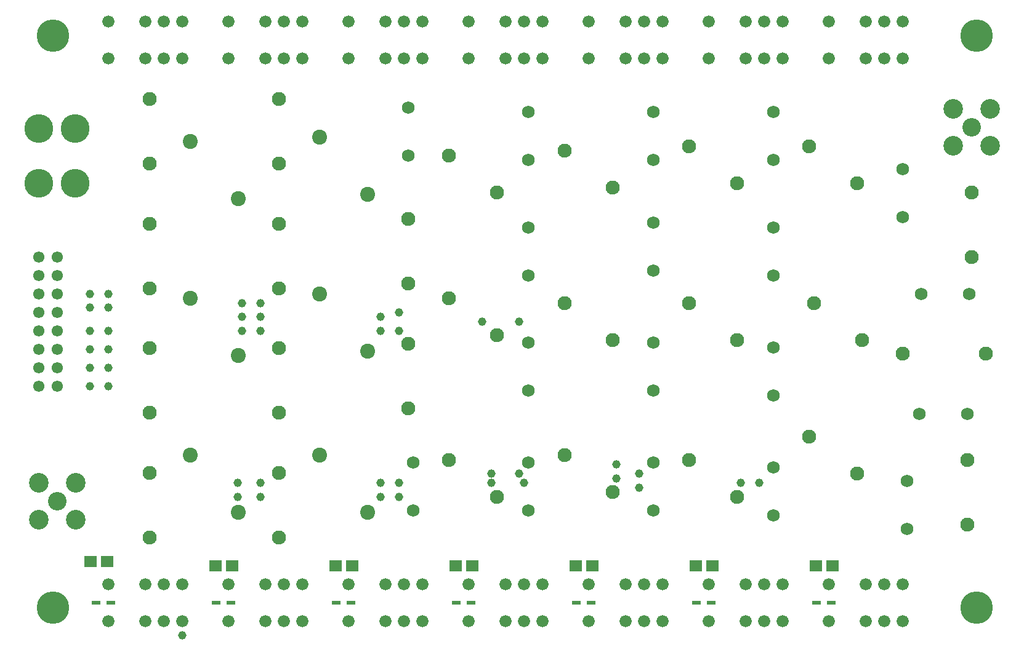
<source format=gbr>
G04 EasyPC Gerber Version 20.0.2 Build 4112 *
G04 #@! TF.Part,Single*
G04 #@! TF.FileFunction,Soldermask,Bot *
%FSLAX35Y35*%
%MOIN*%
G04 #@! TA.AperFunction,WasherPad*
%ADD91C,0.04600*%
G04 #@! TA.AperFunction,ComponentPad*
%ADD100C,0.06100*%
G04 #@! TA.AperFunction,WasherPad*
%ADD92C,0.06600*%
G04 #@! TA.AperFunction,ComponentPad*
%ADD95C,0.06899*%
%ADD111C,0.07600*%
%ADD110C,0.08100*%
%ADD96C,0.10049*%
%ADD97C,0.10639*%
%ADD113C,0.15600*%
G04 #@! TA.AperFunction,SMDPad*
%ADD116R,0.04537X0.02411*%
%ADD98R,0.06600X0.06100*%
G04 #@! TA.AperFunction,WasherPad*
%ADD90C,0.17600*%
X0Y0D02*
D02*
D90*
X21250Y20600D03*
Y330600D03*
X521250Y20600D03*
Y330600D03*
D02*
D91*
X41250Y140600D03*
Y150600D03*
Y160600D03*
Y170600D03*
Y183100D03*
Y190600D03*
X51250Y140600D03*
Y150600D03*
Y160600D03*
Y170600D03*
Y183100D03*
Y190600D03*
X91250Y5600D03*
X121250Y80600D03*
Y88100D03*
X123750Y170600D03*
Y178100D03*
Y185600D03*
X133750Y80600D03*
Y88100D03*
Y170600D03*
Y178100D03*
Y185600D03*
X198750Y80600D03*
Y88100D03*
Y170600D03*
Y178100D03*
X208750Y80600D03*
Y88100D03*
Y170600D03*
Y180600D03*
X253750Y175600D03*
X258750Y88100D03*
Y93100D03*
X273750D03*
Y175600D03*
X276250Y88100D03*
X326250Y90600D03*
Y98100D03*
X338750Y85600D03*
Y93100D03*
X393750Y88100D03*
X403750D03*
D02*
D92*
X51250Y13100D03*
Y33100D03*
Y318100D03*
Y338100D03*
X71250Y13100D03*
Y33100D03*
Y318100D03*
Y338100D03*
X81250Y13100D03*
Y33100D03*
Y318100D03*
Y338100D03*
X91250Y13100D03*
Y33100D03*
Y318100D03*
Y338100D03*
X116250Y13100D03*
Y33100D03*
Y318100D03*
Y338100D03*
X136250Y13100D03*
Y33100D03*
Y318100D03*
Y338100D03*
X146250Y13100D03*
Y33100D03*
Y318100D03*
Y338100D03*
X156250Y13100D03*
Y33100D03*
Y318100D03*
Y338100D03*
X181250Y13100D03*
Y33100D03*
Y318100D03*
Y338100D03*
X201250Y13100D03*
Y33100D03*
Y318100D03*
Y338100D03*
X211250Y13100D03*
Y33100D03*
Y318100D03*
Y338100D03*
X221250Y13100D03*
Y33100D03*
Y318100D03*
Y338100D03*
X246250Y13100D03*
Y33100D03*
Y318100D03*
Y338100D03*
X266250Y13100D03*
Y33100D03*
Y318100D03*
Y338100D03*
X276250Y13100D03*
Y33100D03*
Y318100D03*
Y338100D03*
X286250Y13100D03*
Y33100D03*
Y318100D03*
Y338100D03*
X311250Y13100D03*
Y33100D03*
Y318100D03*
Y338100D03*
X331250Y13100D03*
Y33100D03*
Y318100D03*
Y338100D03*
X341250Y13100D03*
Y33100D03*
Y318100D03*
Y338100D03*
X351250Y13100D03*
Y33100D03*
Y318100D03*
Y338100D03*
X376250Y13100D03*
Y33100D03*
Y318100D03*
Y338100D03*
X396250Y13100D03*
Y33100D03*
Y318100D03*
Y338100D03*
X406250Y13100D03*
Y33100D03*
Y318100D03*
Y338100D03*
X416250Y13100D03*
Y33100D03*
Y318100D03*
Y338100D03*
X441250Y13100D03*
Y33100D03*
Y318100D03*
Y338100D03*
X461250Y13100D03*
Y33100D03*
Y318100D03*
Y338100D03*
X471250Y13100D03*
Y33100D03*
Y318100D03*
Y338100D03*
X481250Y13100D03*
Y33100D03*
Y318100D03*
Y338100D03*
D02*
D95*
X213750Y265600D03*
Y291600D03*
X216250Y73100D03*
Y99100D03*
X278750Y73100D03*
Y99100D03*
Y138100D03*
Y164100D03*
Y200600D03*
Y226600D03*
Y263100D03*
Y289100D03*
X346250Y73100D03*
Y99100D03*
Y138100D03*
Y164100D03*
Y203100D03*
Y229100D03*
Y263100D03*
Y289100D03*
X411250Y70600D03*
Y96600D03*
Y135600D03*
Y161600D03*
Y200600D03*
Y226600D03*
Y263100D03*
Y289100D03*
X481250Y232100D03*
Y258100D03*
X483750Y63100D03*
Y89100D03*
X490250Y125600D03*
X491250Y190600D03*
X516250Y125600D03*
X517250Y190600D03*
D02*
D96*
X23750Y78198D03*
X518750Y280698D03*
D02*
D97*
X13750Y68198D03*
Y88198D03*
X33750Y68198D03*
Y88198D03*
X508750Y270698D03*
Y290698D03*
X528750Y270698D03*
Y290698D03*
D02*
D98*
X41750Y45600D03*
X50750D03*
X109250Y43100D03*
X118250D03*
X174250D03*
X183250D03*
X239250D03*
X248250D03*
X304250D03*
X313250D03*
X369250D03*
X378250D03*
X434250D03*
X443250D03*
D02*
D100*
X13750Y140600D03*
Y150600D03*
Y160600D03*
Y170600D03*
Y180600D03*
Y190600D03*
Y200600D03*
Y210600D03*
X23750Y140600D03*
Y150600D03*
Y160600D03*
Y170600D03*
Y180600D03*
Y190600D03*
Y200600D03*
Y210600D03*
D02*
D110*
X95750Y103100D03*
Y188100D03*
Y273100D03*
X121750Y72100D03*
Y157100D03*
Y242100D03*
X165750Y103100D03*
Y190600D03*
Y275600D03*
X191750Y72100D03*
Y159600D03*
Y244600D03*
D02*
D111*
X73750Y58600D03*
Y93600D03*
Y126100D03*
Y161100D03*
Y193600D03*
Y228600D03*
Y261100D03*
Y296100D03*
X143750Y58600D03*
Y93600D03*
Y126100D03*
Y161100D03*
Y193600D03*
Y228600D03*
Y261100D03*
Y296100D03*
X213750Y128600D03*
Y163600D03*
Y196100D03*
Y231100D03*
X235750Y100600D03*
Y188100D03*
Y265600D03*
X261750Y80600D03*
Y168100D03*
Y245600D03*
X298250Y103100D03*
Y185600D03*
Y268100D03*
X324250Y83100D03*
Y165600D03*
Y248100D03*
X365750Y100600D03*
Y185600D03*
Y270600D03*
X391750Y80600D03*
Y165600D03*
Y250600D03*
X430750Y113100D03*
Y270600D03*
X433250Y185600D03*
X456750Y93100D03*
Y250600D03*
X459250Y165600D03*
X481250Y158100D03*
X516250Y65600D03*
Y100600D03*
X518750Y210600D03*
Y245600D03*
X526250Y158100D03*
D02*
D113*
X13750Y250600D03*
Y280100D03*
X33450Y250600D03*
Y280100D03*
D02*
D116*
X44616Y23100D03*
X52884D03*
X109616D03*
X117884D03*
X174616D03*
X182884D03*
X239616D03*
X247884D03*
X304616D03*
X312884D03*
X369616D03*
X377884D03*
X434616D03*
X442884D03*
X0Y0D02*
M02*

</source>
